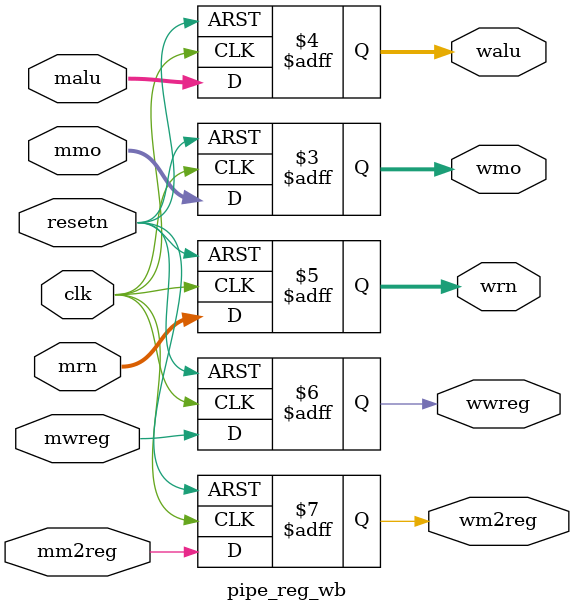
<source format=v>
module pipe_reg_wb(mwreg,mm2reg,mmo,malu,mrn,clk,resetn,wwreg,wm2reg,wmo,walu,wrn);

    input clk,resetn;
	 input [4:0] mrn;
    input [31:0] mmo,malu;
    input mwreg,mm2reg;
    
    output reg [31:0] wmo,walu;
    output reg [4:0] wrn;
    output reg wwreg,wm2reg;
    //在时钟上升沿更新信号，并发送给WB stage
    always @ (negedge resetn or posedge clk)
		begin
		//若resetn为零，将所有信号置为零
		if(resetn == 0) 
			begin
			wwreg   <= 0;
			wm2reg  <= 0;
			wmo     <= 0;
			walu    <= 0;
			wrn     <= 0;
			end
		//更新信号		
		else 
			begin 
			wwreg   <= mwreg ;
			wm2reg  <= mm2reg;
			wmo     <= mmo   ;
			walu    <= malu  ;
			wrn     <= mrn   ;
			end
		end
		
endmodule 
</source>
